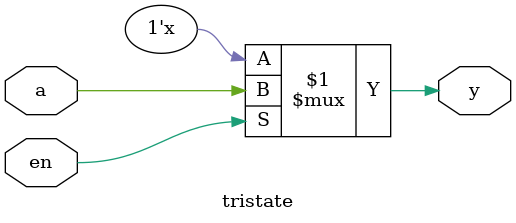
<source format=v>

module tristate (a,en, y);
	input a;
	input en;
	output y;
	
	assign y = en? a:1'bz;
	
endmodule
</source>
